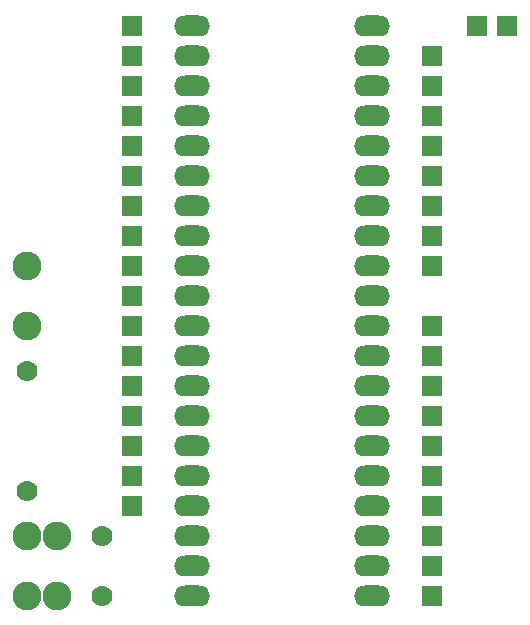
<source format=gbr>
G04 EasyPC Gerber Version 20.0.2 Build 4112 *
G04 #@! TF.Part,Single*
G04 #@! TF.FileFunction,Soldermask,Bot *
%FSLAX35Y35*%
%MOIN*%
G04 #@! TA.AperFunction,ComponentPad*
%ADD21R,0.07000X0.07000*%
%ADD20C,0.07000*%
%ADD19O,0.12000X0.07000*%
%ADD28C,0.09661*%
X0Y0D02*
D02*
D19*
X83250Y20250D03*
Y30250D03*
Y40250D03*
Y50250D03*
Y60250D03*
Y70250D03*
Y80250D03*
Y90250D03*
Y100250D03*
Y110250D03*
Y120250D03*
Y130250D03*
Y140250D03*
Y150250D03*
Y160250D03*
Y170250D03*
Y180250D03*
Y190250D03*
Y200250D03*
Y210250D03*
X143250Y20250D03*
Y30250D03*
Y40250D03*
Y50250D03*
Y60250D03*
Y70250D03*
Y80250D03*
Y90250D03*
Y100250D03*
Y110250D03*
Y120250D03*
Y130250D03*
Y140250D03*
Y150250D03*
Y160250D03*
Y170250D03*
Y180250D03*
Y190250D03*
Y200250D03*
Y210250D03*
D02*
D20*
X28250Y55250D03*
Y95250D03*
X53250Y20250D03*
Y40250D03*
D02*
D21*
X63250Y50250D03*
Y60250D03*
Y70250D03*
Y80250D03*
Y90250D03*
Y100250D03*
Y110250D03*
Y120250D03*
Y130250D03*
Y140250D03*
Y150250D03*
Y160250D03*
Y170250D03*
Y180250D03*
Y190250D03*
Y200250D03*
Y210250D03*
X163250Y20250D03*
Y30250D03*
Y40250D03*
Y50250D03*
Y60250D03*
Y70250D03*
Y80250D03*
Y90250D03*
Y100250D03*
Y110250D03*
Y130250D03*
Y140250D03*
Y150250D03*
Y160250D03*
Y170250D03*
Y180250D03*
Y190250D03*
Y200250D03*
X178250Y210250D03*
X188250D03*
D02*
D28*
X28250Y20250D03*
Y40250D03*
Y110250D03*
Y130250D03*
X38250Y20250D03*
Y40250D03*
X0Y0D02*
M02*

</source>
